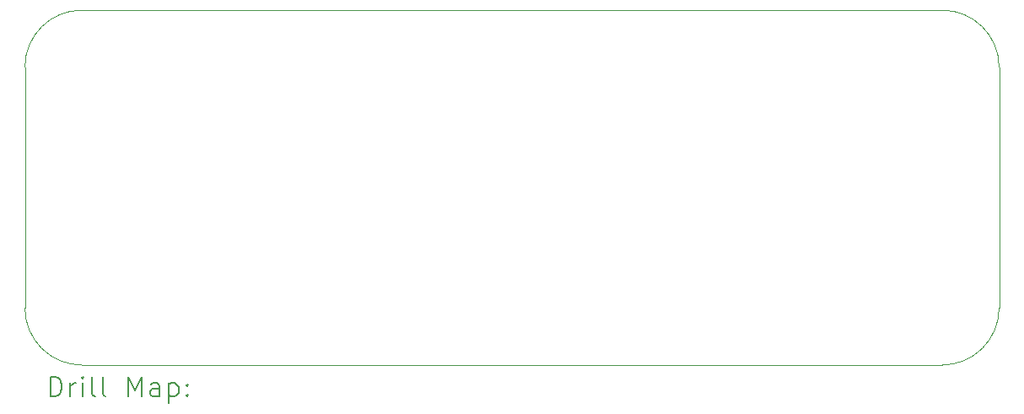
<source format=gbr>
%TF.GenerationSoftware,KiCad,Pcbnew,8.0.0*%
%TF.CreationDate,2024-05-31T17:11:51+01:00*%
%TF.ProjectId,basic_kit_SMT_bumpers_D_pad,62617369-635f-46b6-9974-5f534d545f62,v1.4*%
%TF.SameCoordinates,Original*%
%TF.FileFunction,Drillmap*%
%TF.FilePolarity,Positive*%
%FSLAX45Y45*%
G04 Gerber Fmt 4.5, Leading zero omitted, Abs format (unit mm)*
G04 Created by KiCad (PCBNEW 8.0.0) date 2024-05-31 17:11:51*
%MOMM*%
%LPD*%
G01*
G04 APERTURE LIST*
%ADD10C,0.100000*%
%ADD11C,0.200000*%
G04 APERTURE END LIST*
D10*
X14603600Y-4935700D02*
G75*
G02*
X15175100Y-5507200I0J-571500D01*
G01*
X5396100Y-5507200D02*
G75*
G02*
X5967600Y-4935700I571500J0D01*
G01*
X14603600Y-8498589D02*
X5967600Y-8498589D01*
X5967600Y-8498589D02*
G75*
G02*
X5396102Y-7927088I0J571499D01*
G01*
X15175100Y-7927088D02*
X15175100Y-5507200D01*
X15175100Y-7927088D02*
G75*
G02*
X14603600Y-8498590I-571500J-2D01*
G01*
X5967600Y-4935700D02*
X14603600Y-4935700D01*
X5396100Y-5507200D02*
X5396100Y-7927088D01*
D11*
X5651877Y-8815072D02*
X5651877Y-8615072D01*
X5651877Y-8615072D02*
X5699496Y-8615072D01*
X5699496Y-8615072D02*
X5728067Y-8624596D01*
X5728067Y-8624596D02*
X5747115Y-8643644D01*
X5747115Y-8643644D02*
X5756639Y-8662691D01*
X5756639Y-8662691D02*
X5766162Y-8700787D01*
X5766162Y-8700787D02*
X5766162Y-8729358D01*
X5766162Y-8729358D02*
X5756639Y-8767453D01*
X5756639Y-8767453D02*
X5747115Y-8786501D01*
X5747115Y-8786501D02*
X5728067Y-8805549D01*
X5728067Y-8805549D02*
X5699496Y-8815072D01*
X5699496Y-8815072D02*
X5651877Y-8815072D01*
X5851877Y-8815072D02*
X5851877Y-8681739D01*
X5851877Y-8719834D02*
X5861401Y-8700787D01*
X5861401Y-8700787D02*
X5870924Y-8691263D01*
X5870924Y-8691263D02*
X5889972Y-8681739D01*
X5889972Y-8681739D02*
X5909020Y-8681739D01*
X5975686Y-8815072D02*
X5975686Y-8681739D01*
X5975686Y-8615072D02*
X5966162Y-8624596D01*
X5966162Y-8624596D02*
X5975686Y-8634120D01*
X5975686Y-8634120D02*
X5985210Y-8624596D01*
X5985210Y-8624596D02*
X5975686Y-8615072D01*
X5975686Y-8615072D02*
X5975686Y-8634120D01*
X6099496Y-8815072D02*
X6080448Y-8805549D01*
X6080448Y-8805549D02*
X6070924Y-8786501D01*
X6070924Y-8786501D02*
X6070924Y-8615072D01*
X6204258Y-8815072D02*
X6185210Y-8805549D01*
X6185210Y-8805549D02*
X6175686Y-8786501D01*
X6175686Y-8786501D02*
X6175686Y-8615072D01*
X6432829Y-8815072D02*
X6432829Y-8615072D01*
X6432829Y-8615072D02*
X6499496Y-8757929D01*
X6499496Y-8757929D02*
X6566162Y-8615072D01*
X6566162Y-8615072D02*
X6566162Y-8815072D01*
X6747115Y-8815072D02*
X6747115Y-8710310D01*
X6747115Y-8710310D02*
X6737591Y-8691263D01*
X6737591Y-8691263D02*
X6718543Y-8681739D01*
X6718543Y-8681739D02*
X6680448Y-8681739D01*
X6680448Y-8681739D02*
X6661401Y-8691263D01*
X6747115Y-8805549D02*
X6728067Y-8815072D01*
X6728067Y-8815072D02*
X6680448Y-8815072D01*
X6680448Y-8815072D02*
X6661401Y-8805549D01*
X6661401Y-8805549D02*
X6651877Y-8786501D01*
X6651877Y-8786501D02*
X6651877Y-8767453D01*
X6651877Y-8767453D02*
X6661401Y-8748406D01*
X6661401Y-8748406D02*
X6680448Y-8738882D01*
X6680448Y-8738882D02*
X6728067Y-8738882D01*
X6728067Y-8738882D02*
X6747115Y-8729358D01*
X6842353Y-8681739D02*
X6842353Y-8881739D01*
X6842353Y-8691263D02*
X6861401Y-8681739D01*
X6861401Y-8681739D02*
X6899496Y-8681739D01*
X6899496Y-8681739D02*
X6918543Y-8691263D01*
X6918543Y-8691263D02*
X6928067Y-8700787D01*
X6928067Y-8700787D02*
X6937591Y-8719834D01*
X6937591Y-8719834D02*
X6937591Y-8776977D01*
X6937591Y-8776977D02*
X6928067Y-8796025D01*
X6928067Y-8796025D02*
X6918543Y-8805549D01*
X6918543Y-8805549D02*
X6899496Y-8815072D01*
X6899496Y-8815072D02*
X6861401Y-8815072D01*
X6861401Y-8815072D02*
X6842353Y-8805549D01*
X7023305Y-8796025D02*
X7032829Y-8805549D01*
X7032829Y-8805549D02*
X7023305Y-8815072D01*
X7023305Y-8815072D02*
X7013782Y-8805549D01*
X7013782Y-8805549D02*
X7023305Y-8796025D01*
X7023305Y-8796025D02*
X7023305Y-8815072D01*
X7023305Y-8691263D02*
X7032829Y-8700787D01*
X7032829Y-8700787D02*
X7023305Y-8710310D01*
X7023305Y-8710310D02*
X7013782Y-8700787D01*
X7013782Y-8700787D02*
X7023305Y-8691263D01*
X7023305Y-8691263D02*
X7023305Y-8710310D01*
M02*

</source>
